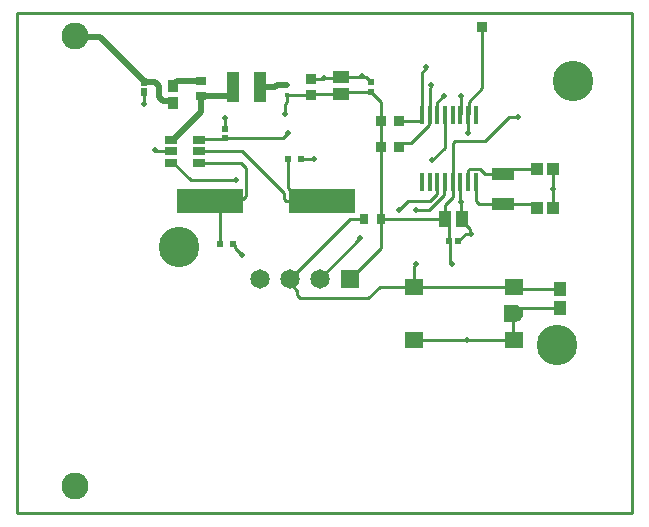
<source format=gtl>
G04*
G04 #@! TF.GenerationSoftware,Altium Limited,Altium Designer,22.8.2 (66)*
G04*
G04 Layer_Physical_Order=1*
G04 Layer_Color=255*
%FSLAX25Y25*%
%MOIN*%
G70*
G04*
G04 #@! TF.SameCoordinates,DBEA32A3-26B1-43DE-8851-A205651FCFC1*
G04*
G04*
G04 #@! TF.FilePolarity,Positive*
G04*
G01*
G75*
%ADD15C,0.01000*%
%ADD21R,0.04206X0.04750*%
%ADD23R,0.06299X0.05492*%
%ADD24C,0.04961*%
%ADD25R,0.02047X0.02047*%
%ADD28R,0.01860X0.01843*%
%ADD29R,0.02362X0.01968*%
%ADD31R,0.03773X0.03963*%
%ADD33R,0.02047X0.02047*%
%ADD36R,0.03996X0.10000*%
%ADD43R,0.22047X0.08268*%
%ADD44R,0.03740X0.03347*%
%ADD45R,0.04331X0.02559*%
G04:AMPARAMS|DCode=46|XSize=61.81mil|YSize=16.14mil|CornerRadius=2.02mil|HoleSize=0mil|Usage=FLASHONLY|Rotation=90.000|XOffset=0mil|YOffset=0mil|HoleType=Round|Shape=RoundedRectangle|*
%AMROUNDEDRECTD46*
21,1,0.06181,0.01211,0,0,90.0*
21,1,0.05778,0.01614,0,0,90.0*
1,1,0.00404,0.00605,0.02889*
1,1,0.00404,0.00605,-0.02889*
1,1,0.00404,-0.00605,-0.02889*
1,1,0.00404,-0.00605,0.02889*
%
%ADD46ROUNDEDRECTD46*%
%ADD47R,0.03740X0.03740*%
%ADD48R,0.04134X0.04134*%
%ADD49R,0.05512X0.04331*%
%ADD50R,0.01772X0.01772*%
%ADD51R,0.03347X0.02953*%
%ADD52R,0.02441X0.02598*%
%ADD53R,0.04331X0.05512*%
%ADD54R,0.07480X0.04331*%
%ADD55R,0.02756X0.03543*%
%ADD56C,0.02105*%
%ADD57C,0.09000*%
%ADD58C,0.06496*%
%ADD59R,0.06496X0.06496*%
%ADD60C,0.02000*%
%ADD61C,0.13500*%
G36*
X296905Y296256D02*
X300459Y296256D01*
X300729D01*
X301260Y296150D01*
X301759Y295943D01*
X302209Y295643D01*
X302592Y295260D01*
X302892Y294811D01*
X303099Y294311D01*
X303205Y293780D01*
Y293510D01*
D01*
Y293490D01*
Y293220D01*
X303099Y292689D01*
X302892Y292189D01*
X302592Y291740D01*
X302209Y291357D01*
X301759Y291057D01*
X301260Y290850D01*
X300729Y290744D01*
X300459D01*
Y290744D01*
X296905D01*
Y296256D01*
D02*
G37*
D15*
X207347Y315154D02*
Y316016D01*
Y315154D02*
X209500Y313000D01*
X206665Y316500D02*
X206862D01*
X207347Y316016D01*
X202335Y316500D02*
Y327465D01*
X198799Y331000D02*
X202335Y327465D01*
X224086Y331000D02*
X229311D01*
X224835Y335476D02*
X229311Y331000D01*
X224835Y335476D02*
Y345000D01*
X229311Y331000D02*
X236201D01*
X223500Y331586D02*
Y333500D01*
Y331586D02*
X224086Y331000D01*
X209500Y347500D02*
X223500Y333500D01*
X195224Y347500D02*
X209500D01*
X211000Y332500D02*
Y341898D01*
X195224Y343760D02*
X209138D01*
X211000Y341898D01*
X199299Y331500D02*
X210000D01*
X198799Y331000D02*
X199299Y331500D01*
X210000D02*
X211000Y332500D01*
X285084Y364084D02*
X289500Y368500D01*
X285084Y359985D02*
Y364084D01*
X289500Y368500D02*
Y389000D01*
X284898Y359799D02*
X285084Y359985D01*
X284794Y337305D02*
Y341206D01*
X285379Y341791D01*
X288768D01*
X284794Y337305D02*
X284898Y337201D01*
X274531Y337070D02*
X274661Y337201D01*
X274531Y333431D02*
Y337070D01*
X276913Y333126D02*
Y336894D01*
X272100Y331000D02*
X274531Y333431D01*
X265000Y331000D02*
X272100D01*
X271787Y328000D02*
X276913Y333126D01*
X267500Y328000D02*
X271787D01*
X276913Y336894D02*
X277220Y337201D01*
X180500Y348000D02*
X180691Y347809D01*
X185467D02*
X185776Y347500D01*
X180691Y347809D02*
X185467D01*
X267096Y284500D02*
X284500D01*
X266945Y284652D02*
X267096Y284500D01*
X284500D02*
X284652Y284652D01*
X300055D01*
X299793Y284913D02*
X300055Y284652D01*
X299793Y284913D02*
Y293500D01*
X300865D01*
X302614Y295249D02*
X315500D01*
X300865Y293500D02*
X302614Y295249D01*
X204000Y355083D02*
Y358500D01*
X176987Y363190D02*
X177000Y363203D01*
Y367268D01*
X233561Y344939D02*
X233590D01*
X233500Y345000D02*
X233561Y344939D01*
X229165Y345000D02*
X233500D01*
X313157Y335079D02*
Y341500D01*
Y328658D02*
Y335079D01*
Y328658D02*
X313315Y328500D01*
X282500Y325453D02*
Y330500D01*
Y325453D02*
X282953Y325000D01*
X282339Y330661D02*
X282500Y330500D01*
X282339Y330661D02*
Y337201D01*
X282953Y324410D02*
X285577Y321785D01*
X282953Y324410D02*
Y325000D01*
X285577Y320165D02*
Y321785D01*
Y320165D02*
X285769Y319974D01*
X284049D02*
X285769D01*
X281575Y317500D02*
X284049Y319974D01*
X250766Y372309D02*
X252500Y370575D01*
X249691Y372309D02*
X250766D01*
X249500Y372500D02*
X249691Y372309D01*
X249453Y372453D02*
X249500Y372500D01*
X242500Y372453D02*
X249453D01*
X242047Y372000D02*
X242500Y372453D01*
X237000Y372000D02*
X242047D01*
X232500Y371657D02*
X236387D01*
X236729Y372000D01*
X237000D01*
X203662Y351578D02*
X204000Y351917D01*
X195563Y351578D02*
X203662D01*
X195224Y351240D02*
X195563Y351578D01*
X223146Y351917D02*
X224729Y353500D01*
X204000Y351917D02*
X223146D01*
X224729Y353500D02*
X225000D01*
X277220Y348720D02*
Y359799D01*
X273000Y344500D02*
X277220Y348720D01*
X279780Y332425D02*
Y337201D01*
Y350280D02*
X280600Y351100D01*
X279780Y337201D02*
Y350280D01*
X280600Y351100D02*
X290600D01*
X298500Y359000D01*
X285000Y353500D02*
Y354000D01*
X284898Y354102D02*
Y359799D01*
Y354102D02*
X285000Y354000D01*
X202335Y316500D02*
X202417Y316583D01*
X272500Y369000D02*
Y369500D01*
X272102Y359799D02*
Y368602D01*
X272500Y369000D01*
X269543Y373773D02*
X271000Y375229D01*
X269543Y359799D02*
Y373773D01*
X271000Y375229D02*
Y375500D01*
X263276Y350370D02*
X265874D01*
X261906Y349000D02*
X263276Y350370D01*
X271795Y359492D02*
X272102Y359799D01*
X271795Y356292D02*
Y359492D01*
X265874Y350370D02*
X271795Y356292D01*
X269236Y357500D02*
X269543Y357807D01*
Y359799D01*
X261906Y357500D02*
X269236D01*
X274661Y363815D02*
X276684Y365838D01*
X274661Y359799D02*
Y363815D01*
X282419Y359880D02*
Y365919D01*
X282500Y366000D01*
X282339Y359799D02*
X282419Y359880D01*
X306421Y330079D02*
X308000Y328500D01*
X296500Y330079D02*
X306421D01*
X287457Y331043D02*
X288421Y330079D01*
X296500D01*
X287457Y331043D02*
Y337201D01*
X288768Y341791D02*
X290638Y339921D01*
X296500D01*
X298079Y341500D01*
X307843D01*
X262000Y328000D02*
X265000Y331000D01*
X267000Y302404D02*
Y309229D01*
X267500Y309729D02*
Y310000D01*
X267000Y309229D02*
X267500Y309729D01*
X266945Y302348D02*
X267000Y302404D01*
X235500Y305000D02*
X249000Y318500D01*
X245500Y325000D02*
X250047D01*
X225500Y305000D02*
X245500Y325000D01*
X255953D02*
X277047D01*
X255953Y315453D02*
Y325000D01*
X245500Y305000D02*
X255953Y315453D01*
Y331894D02*
X256000Y331941D01*
X255953Y325000D02*
Y331894D01*
X256000Y349000D02*
Y357500D01*
Y331941D02*
Y349000D01*
X225500Y303513D02*
Y305000D01*
Y303513D02*
X227966Y301047D01*
Y299534D02*
Y301047D01*
Y299534D02*
X229000Y298500D01*
X251500D01*
X255348Y302348D01*
X266945D01*
X300652Y301751D02*
X315500D01*
X300055Y302348D02*
X300652Y301751D01*
X266945Y302348D02*
X300055D01*
X185776Y343760D02*
X186661D01*
X192421Y338000D01*
X207500D01*
X184110Y342980D02*
X184890Y343760D01*
X224500Y366425D02*
X224583Y366343D01*
X232500D01*
X224500Y363944D02*
Y366425D01*
X224000Y363444D02*
X224500Y363944D01*
X224000Y360000D02*
Y363444D01*
X298500Y359000D02*
X301500D01*
X277047Y325000D02*
Y329693D01*
X279780Y332425D01*
X232500Y366343D02*
X232705Y366547D01*
X242500D01*
X243378Y367425D02*
X252500D01*
X242500Y366547D02*
X243378Y367425D01*
X256000Y357500D02*
Y363925D01*
X252500Y367425D02*
X256000Y363925D01*
X278425Y317500D02*
Y323622D01*
X277047Y325000D02*
X278425Y323622D01*
Y317500D02*
X278949Y316976D01*
Y310551D02*
Y316976D01*
Y310551D02*
X279500Y310000D01*
X134500Y227000D02*
X339500D01*
X134500Y393500D02*
X339500D01*
Y227000D02*
Y393500D01*
X134500Y227000D02*
Y393500D01*
D21*
X315500Y301751D02*
D03*
Y295249D02*
D03*
D23*
X266945Y302348D02*
D03*
Y284652D02*
D03*
X300055D02*
D03*
Y302348D02*
D03*
D24*
X299793Y293500D02*
D03*
D25*
X252500Y367425D02*
D03*
Y370575D02*
D03*
D28*
X204000Y351917D02*
D03*
Y355083D02*
D03*
D29*
X202335Y316500D02*
D03*
X206665D02*
D03*
X224835Y345000D02*
D03*
X229165D02*
D03*
D31*
X186500Y369358D02*
D03*
Y363642D02*
D03*
D33*
X281575Y317500D02*
D03*
X278425D02*
D03*
D36*
X215498Y369000D02*
D03*
X206502D02*
D03*
D43*
X198799Y331000D02*
D03*
X236201D02*
D03*
D44*
X289500Y389000D02*
D03*
X232500Y371657D02*
D03*
Y366343D02*
D03*
D45*
X185776Y351240D02*
D03*
Y347500D02*
D03*
Y343760D02*
D03*
X195224D02*
D03*
Y347500D02*
D03*
Y351240D02*
D03*
D46*
X269543Y359799D02*
D03*
X272102D02*
D03*
X274661D02*
D03*
X277220D02*
D03*
X279780D02*
D03*
X282339D02*
D03*
X284898D02*
D03*
X287457D02*
D03*
Y337201D02*
D03*
X284898D02*
D03*
X282339D02*
D03*
X279780D02*
D03*
X277220D02*
D03*
X274661D02*
D03*
X272102D02*
D03*
X269543D02*
D03*
D47*
X261906Y357500D02*
D03*
X256000D02*
D03*
X261906Y349000D02*
D03*
X256000D02*
D03*
D48*
X307843Y341500D02*
D03*
X313157D02*
D03*
X308000Y328500D02*
D03*
X313315D02*
D03*
D49*
X242500Y366547D02*
D03*
Y372453D02*
D03*
D50*
X224500Y369575D02*
D03*
Y366425D02*
D03*
D51*
X196000Y366039D02*
D03*
Y370961D02*
D03*
D52*
X177000Y367268D02*
D03*
Y370732D02*
D03*
D53*
X277047Y325000D02*
D03*
X282953D02*
D03*
D54*
X296500Y339921D02*
D03*
Y330079D02*
D03*
D55*
X250047Y325000D02*
D03*
X255953D02*
D03*
D56*
X180625Y370519D02*
X181858Y369286D01*
Y365589D02*
X183090Y364356D01*
X181858Y365589D02*
Y369286D01*
X183090Y364356D02*
X185787D01*
X177000Y370688D02*
Y370811D01*
X185787Y364356D02*
X186500Y363642D01*
X177168Y370519D02*
X180625D01*
X185776Y351240D02*
X186661D01*
X196000Y360579D01*
Y366039D01*
X220653Y369000D02*
X221228Y369575D01*
X215498Y369000D02*
X220653D01*
X221228Y369575D02*
X224500D01*
X196000Y366039D02*
X205556D01*
X206502Y366985D01*
Y369000D01*
X154000Y386000D02*
X154500Y385500D01*
X162311D01*
X177000Y370811D01*
Y370688D02*
X177168Y370519D01*
X188008Y370961D02*
X196000D01*
X186500Y369453D02*
X188008Y370961D01*
X186500Y369358D02*
Y369453D01*
D57*
X154000Y236000D02*
D03*
Y386000D02*
D03*
D58*
X235500Y305000D02*
D03*
X225500D02*
D03*
X215500D02*
D03*
D59*
X245500D02*
D03*
D60*
X209500Y313000D02*
D03*
X279500Y310000D02*
D03*
X180500Y348000D02*
D03*
X284500Y284500D02*
D03*
X204000Y358500D02*
D03*
X176987Y363190D02*
D03*
X233590Y344939D02*
D03*
X313157Y335079D02*
D03*
X282500Y330500D02*
D03*
X285769Y319974D02*
D03*
X249500Y372500D02*
D03*
X237000Y372000D02*
D03*
X225000Y353500D02*
D03*
X273000Y344500D02*
D03*
X285000Y353500D02*
D03*
X272500Y369500D02*
D03*
X271000Y375500D02*
D03*
X276684Y365838D02*
D03*
X282500Y366000D02*
D03*
X267500Y310000D02*
D03*
X249000Y318500D02*
D03*
X267500Y328000D02*
D03*
X262000D02*
D03*
X207500Y338000D02*
D03*
X224000Y360000D02*
D03*
X301500Y359000D02*
D03*
D61*
X314500Y283000D02*
D03*
X320000Y371000D02*
D03*
X188500Y315500D02*
D03*
M02*

</source>
